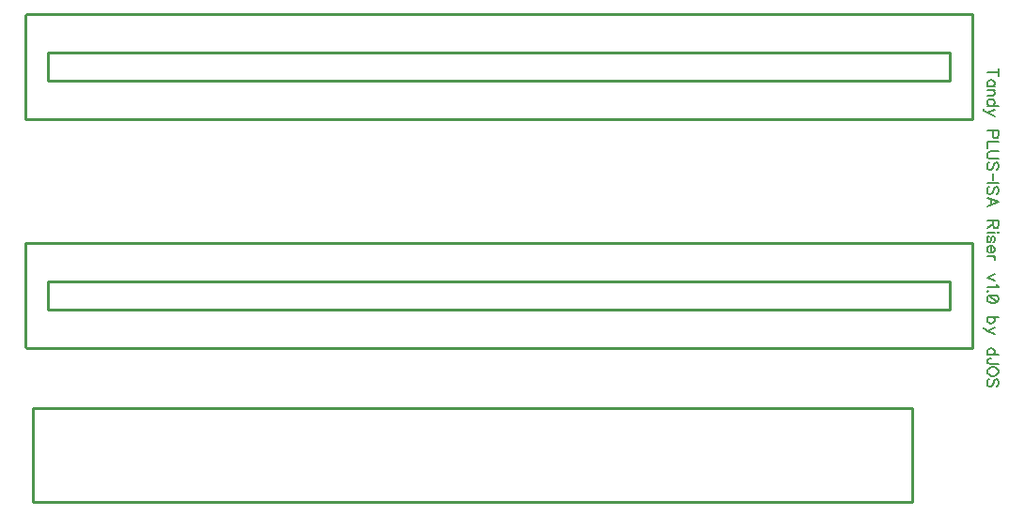
<source format=gbr>
G04 DipTrace 3.2.0.1*
G04 TopSilk.gbr*
%MOMM*%
G04 #@! TF.FileFunction,Legend,Top*
G04 #@! TF.Part,Single*
%ADD10C,0.25*%
%ADD32C,0.15686*%
%FSLAX35Y35*%
G04*
G71*
G90*
G75*
G01*
G04 TopSilk*
%LPD*%
X1546573Y148793D2*
D10*
X9470573D1*
Y998833D1*
X1546573D1*
Y148793D1*
X10011046Y2486002D2*
Y1546265D1*
X9810507Y2143006D2*
Y1889260D1*
X1484260Y2486002D2*
Y1546265D1*
X1684800Y2143006D2*
Y1889260D1*
X10017873Y1539883D2*
X1492794D1*
X10017873Y2492383D2*
X1492794D1*
X9810507Y1889260D2*
X1684800D1*
X9810507Y2143006D2*
X1684800D1*
X10011046Y4549968D2*
Y3610232D1*
X9810507Y4206973D2*
Y3953227D1*
X1484260Y4549968D2*
Y3610232D1*
X1684800Y4206973D2*
Y3953227D1*
X10017873Y3603850D2*
X1492794D1*
X10017873Y4556350D2*
X1492794D1*
X9810507Y3953227D2*
X1684800D1*
X9810507Y4206973D2*
X1684800D1*
X10251093Y4027104D2*
D32*
X10149005D1*
X10251093Y4061133D2*
Y3993075D1*
X10217064Y3903415D2*
X10149006D1*
X10202464D2*
X10212235Y3913073D1*
X10217064Y3922844D1*
Y3937332D1*
X10212235Y3947102D1*
X10202464Y3956761D1*
X10187864Y3961702D1*
X10178205D1*
X10163605Y3956761D1*
X10153947Y3947102D1*
X10149005Y3937332D1*
Y3922844D1*
X10153947Y3913073D1*
X10163605Y3903415D1*
X10217064Y3872042D2*
X10149006D1*
X10197635D2*
X10212235Y3857442D1*
X10217064Y3847671D1*
Y3833184D1*
X10212235Y3823413D1*
X10197635Y3818584D1*
X10149006D1*
X10251093Y3728924D2*
X10149006D1*
X10202464D2*
X10212235Y3738582D1*
X10217064Y3748353D1*
Y3762953D1*
X10212235Y3772611D1*
X10202464Y3782382D1*
X10187864Y3787211D1*
X10178206D1*
X10163606Y3782382D1*
X10153947Y3772611D1*
X10149006Y3762953D1*
Y3748353D1*
X10153947Y3738582D1*
X10163606Y3728924D1*
X10217064Y3692609D2*
X10149006Y3663522D1*
X10129576Y3673180D1*
X10119806Y3682951D1*
X10114976Y3692609D1*
Y3697551D1*
X10217064Y3634322D2*
X10149006Y3663522D1*
X10197635Y3504192D2*
Y3460392D1*
X10202464Y3445904D1*
X10207406Y3440963D1*
X10217064Y3436134D1*
X10231664D1*
X10241322Y3440963D1*
X10246264Y3445904D1*
X10251093Y3460392D1*
Y3504192D1*
X10149006D1*
X10251093Y3404761D2*
X10149006D1*
Y3346473D1*
X10251093Y3315101D2*
X10178206D1*
X10163606Y3310272D1*
X10153947Y3300501D1*
X10149006Y3285901D1*
Y3276242D1*
X10153947Y3261642D1*
X10163606Y3251872D1*
X10178206Y3247042D1*
X10251093D1*
X10236493Y3147611D2*
X10246264Y3157270D1*
X10251093Y3171870D1*
Y3191299D1*
X10246264Y3205899D1*
X10236493Y3215670D1*
X10226835D1*
X10217064Y3210728D1*
X10212235Y3205899D1*
X10207406Y3196241D1*
X10197635Y3167041D1*
X10192806Y3157270D1*
X10187864Y3152441D1*
X10178206Y3147611D1*
X10163606D1*
X10153947Y3157270D1*
X10149006Y3171870D1*
Y3191299D1*
X10153947Y3205899D1*
X10163606Y3215670D1*
X10199993Y3116239D2*
Y3060085D1*
X10251093Y3028712D2*
X10149006D1*
X10236493Y2929281D2*
X10246264Y2938940D1*
X10251093Y2953540D1*
Y2972969D1*
X10246264Y2987569D1*
X10236493Y2997340D1*
X10226835D1*
X10217064Y2992398D1*
X10212235Y2987569D1*
X10207406Y2977911D1*
X10197635Y2948711D1*
X10192806Y2938940D1*
X10187864Y2934111D1*
X10178206Y2929281D1*
X10163606D1*
X10153947Y2938940D1*
X10149006Y2953540D1*
Y2972969D1*
X10153947Y2987569D1*
X10163606Y2997340D1*
X10149006Y2820080D2*
X10251093Y2859050D1*
X10149006Y2897909D1*
X10183035Y2883309D2*
Y2834680D1*
X10202464Y2689950D2*
Y2646262D1*
X10207406Y2631662D1*
X10212235Y2626721D1*
X10221893Y2621891D1*
X10231664D1*
X10241322Y2626721D1*
X10246264Y2631662D1*
X10251093Y2646262D1*
Y2689950D1*
X10149006D1*
X10202464Y2655921D2*
X10149006Y2621891D1*
X10251093Y2590519D2*
X10246264Y2585690D1*
X10251093Y2580748D1*
X10256035Y2585690D1*
X10251093Y2590519D1*
X10217064Y2585690D2*
X10149006D1*
X10202464Y2495917D2*
X10212235Y2500746D1*
X10217064Y2515346D1*
Y2529946D1*
X10212235Y2544546D1*
X10202464Y2549376D1*
X10192806Y2544546D1*
X10187864Y2534776D1*
X10183035Y2510517D1*
X10178206Y2500746D1*
X10168435Y2495917D1*
X10163606D1*
X10153947Y2500746D1*
X10149006Y2515346D1*
Y2529946D1*
X10153947Y2544546D1*
X10163606Y2549376D1*
X10187864Y2464545D2*
Y2406257D1*
X10197635D1*
X10207406Y2411086D1*
X10212235Y2415915D1*
X10217064Y2425686D1*
Y2440286D1*
X10212235Y2449945D1*
X10202464Y2459715D1*
X10187864Y2464545D1*
X10178206D1*
X10163606Y2459715D1*
X10153947Y2449945D1*
X10149006Y2440286D1*
Y2425686D1*
X10153947Y2415915D1*
X10163606Y2406257D1*
X10217064Y2374884D2*
X10149006D1*
X10187864D2*
X10202464Y2369943D1*
X10212235Y2360284D1*
X10217064Y2350514D1*
Y2335914D1*
Y2205784D2*
X10149006Y2176584D1*
X10217064Y2147496D1*
X10231552Y2116124D2*
X10236493Y2106353D1*
X10250981Y2091753D1*
X10149006D1*
X10158776Y2055551D2*
X10153835Y2060380D1*
X10149006Y2055551D1*
X10153835Y2050610D1*
X10158776Y2055551D1*
X10250981Y1990037D2*
X10246152Y2004637D1*
X10231552Y2014408D1*
X10207293Y2019237D1*
X10192693D1*
X10168435Y2014408D1*
X10153835Y2004637D1*
X10149006Y1990037D1*
Y1980379D1*
X10153835Y1965779D1*
X10168435Y1956120D1*
X10192693Y1951179D1*
X10207293D1*
X10231552Y1956120D1*
X10246152Y1965779D1*
X10250981Y1980379D1*
Y1990037D1*
X10231552Y1956120D2*
X10168435Y2014408D1*
X10251093Y1821049D2*
X10149006D1*
X10202464D2*
X10212235Y1811278D1*
X10217064Y1801620D1*
Y1787020D1*
X10212235Y1777361D1*
X10202464Y1767590D1*
X10187864Y1762761D1*
X10178206D1*
X10163606Y1767590D1*
X10153947Y1777361D1*
X10149006Y1787020D1*
Y1801620D1*
X10153947Y1811278D1*
X10163606Y1821049D1*
X10217064Y1726447D2*
X10149006Y1697359D1*
X10129576Y1707018D1*
X10119806Y1716789D1*
X10114976Y1726447D1*
Y1731389D1*
X10217064Y1668159D2*
X10149006Y1697359D1*
X10251093Y1479742D2*
X10149006D1*
X10202464D2*
X10212235Y1489400D1*
X10217064Y1499171D1*
Y1513771D1*
X10212235Y1523430D1*
X10202464Y1533200D1*
X10187864Y1538030D1*
X10178206D1*
X10163606Y1533200D1*
X10153947Y1523430D1*
X10149006Y1513771D1*
Y1499171D1*
X10153947Y1489400D1*
X10163606Y1479742D1*
X10251093Y1399740D2*
X10173376D1*
X10158776Y1404569D1*
X10153947Y1409511D1*
X10149006Y1419169D1*
Y1428940D1*
X10153947Y1438599D1*
X10158776Y1443428D1*
X10173376Y1448369D1*
X10183035D1*
X10251093Y1339168D2*
X10246264Y1348938D1*
X10236493Y1358597D1*
X10226835Y1363538D1*
X10212235Y1368368D1*
X10187864D1*
X10173376Y1363538D1*
X10163606Y1358597D1*
X10153947Y1348938D1*
X10149006Y1339168D1*
Y1319738D1*
X10153947Y1310080D1*
X10163606Y1300309D1*
X10173376Y1295480D1*
X10187864Y1290651D1*
X10212235D1*
X10226835Y1295480D1*
X10236493Y1300309D1*
X10246264Y1310080D1*
X10251093Y1319738D1*
Y1339168D1*
X10236493Y1191220D2*
X10246264Y1200878D1*
X10251093Y1215478D1*
Y1234907D1*
X10246264Y1249507D1*
X10236493Y1259278D1*
X10226835D1*
X10217064Y1254337D1*
X10212235Y1249507D1*
X10207406Y1239849D1*
X10197635Y1210649D1*
X10192806Y1200878D1*
X10187864Y1196049D1*
X10178206Y1191220D1*
X10163606D1*
X10153947Y1200878D1*
X10149006Y1215478D1*
Y1234907D1*
X10153947Y1249507D1*
X10163606Y1259278D1*
M02*

</source>
